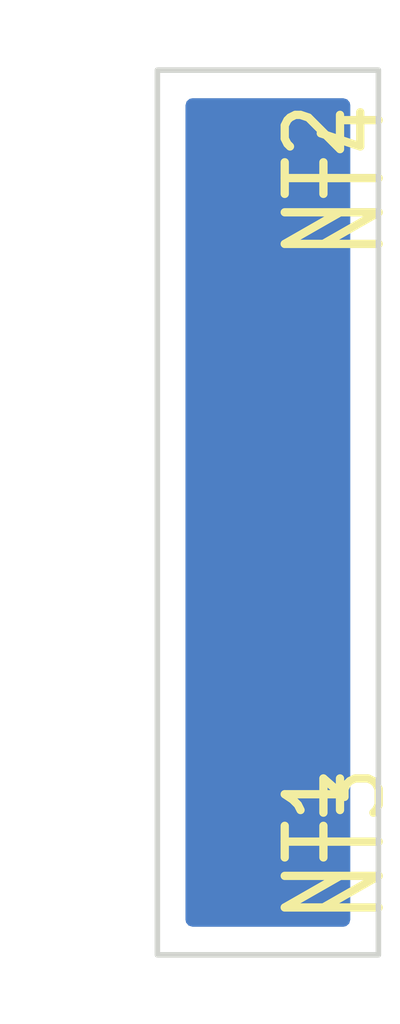
<source format=kicad_pcb>
(kicad_pcb (version 20211014) (generator pcbnew)
  (layers (0 "F.Cu" signal) (31 "B.Cu" signal) (34 "B.Paste" user) (35 "F.Paste" user) (36 "B.SilkS" user "B.Silkscreen") (37 "F.SilkS" user "F.Silkscreen") (38 "B.Mask" user) (39 "F.Mask" user) (44 "Edge.Cuts" user))
  (net 0 "")
  (net 5 "/A_+")
  (net 6 "/A_-")
  (footprint "antmicro-footprints:Simulation_Port" (layer "F.Cu") (at 149.65 114.25 180)
    (fp_text reference "SP2")
    (fp_text value "Simulation_Port" hide)
  )
  (footprint "NetTie:NetTie-2_SMD_Pad0.5mm" (layer "F.Cu") (at 149.65 115 -90)
    (fp_text reference "NT2" (at 0 -1.2 90) (layer "F.SilkS"))
    (fp_text value "NetTie_2")
    (fp_poly (pts (xy -0.5 -0.25) (xy 0.5 -0.25) (xy 0.5 0.25) (xy -0.5 0.25)) (layer "F.Cu") (width 0) (fill solid))
    (pad "1" smd circle (at -0.5 0 270) (size 0.5 0.5) (layers "F.Cu"))
    (pad "2" smd circle (at 0.5 0 270) (size 0.5 0.5) (layers "F.Cu") (net 5 "/A_+"))
  )
  (footprint "NetTie:NetTie-2_SMD_Pad0.5mm" (layer "F.Cu") (at 149.65 127 -90)
    (fp_text reference "NT1" (at 0 -1.2 90) (layer "F.SilkS"))
    (fp_text value "NetTie_2")
    (fp_poly (pts (xy -0.5 -0.25) (xy 0.5 -0.25) (xy 0.5 0.25) (xy -0.5 0.25)) (layer "F.Cu") (width 0) (fill solid))
    (pad "1" smd circle (at -0.5 0 270) (size 0.5 0.5) (layers "F.Cu") (net 5 "/A_+"))
    (pad "2" smd circle (at 0.5 0 270) (size 0.5 0.5) (layers "F.Cu"))
  )
  (footprint "NetTie:NetTie-2_SMD_Pad0.5mm" (layer "F.Cu") (at 150.35 127 -90)
    (fp_text reference "NT3" (at 0 -1.2 90) (layer "F.SilkS"))
    (fp_text value "NetTie_2")
    (fp_poly (pts (xy -0.5 -0.25) (xy 0.5 -0.25) (xy 0.5 0.25) (xy -0.5 0.25)) (layer "F.Cu") (width 0) (fill solid))
    (pad "1" smd circle (at -0.5 0 270) (size 0.5 0.5) (layers "F.Cu") (net 6 "/A_-"))
    (pad "2" smd circle (at 0.5 0 270) (size 0.5 0.5) (layers "F.Cu"))
  )
  (footprint "antmicro-footprints:Simulation_Port" (layer "F.Cu") (at 149.65 127.75)
    (fp_text reference "SP1")
    (fp_text value "Simulation_Port" hide)
  )
  (footprint "antmicro-footprints:Simulation_Port" (layer "F.Cu") (at 150.35 114.25 180)
    (fp_text reference "SP4")
    (fp_text value "Simulation_Port" hide)
  )
  (footprint "NetTie:NetTie-2_SMD_Pad0.5mm" (layer "F.Cu") (at 150.35 115 -90)
    (fp_text reference "NT4" (at 0 -1.2 90) (layer "F.SilkS"))
    (fp_text value "NetTie_2")
    (fp_poly (pts (xy -0.5 -0.25) (xy 0.5 -0.25) (xy 0.5 0.25) (xy -0.5 0.25)) (layer "F.Cu") (width 0) (fill solid))
    (pad "1" smd circle (at -0.5 0 270) (size 0.5 0.5) (layers "F.Cu"))
    (pad "2" smd circle (at 0.5 0 270) (size 0.5 0.5) (layers "F.Cu") (net 6 "/A_-"))
  )
  (footprint "antmicro-footprints:Simulation_Port" (layer "F.Cu") (at 150.35 127.75)
    (fp_text reference "SP3")
    (fp_text value "Simulation_Port" hide)
  )
  (gr_rect (start 148 113) (end 152 129) (layer "Edge.Cuts") (width 0.1) (fill none))
  (segment (start 149.65 115.5) (end 149.65 126.5) (width 0.5) (layer "F.Cu") (net 5))
  (segment (start 150.35 115.5) (end 150.35 126.5) (width 0.5) (layer "F.Cu") (net 6))
  (zone (net 0) (net_name "") (layer "B.Cu") (connect_pads (clearance 0.508)) (min_thickness 0.254) (fill yes (thermal_gap 0.508) (thermal_bridge_width 0.508))
    (polygon (pts (xy 152 129) (xy 148 129) (xy 148 113) (xy 152 113)))
  )
)
</source>
